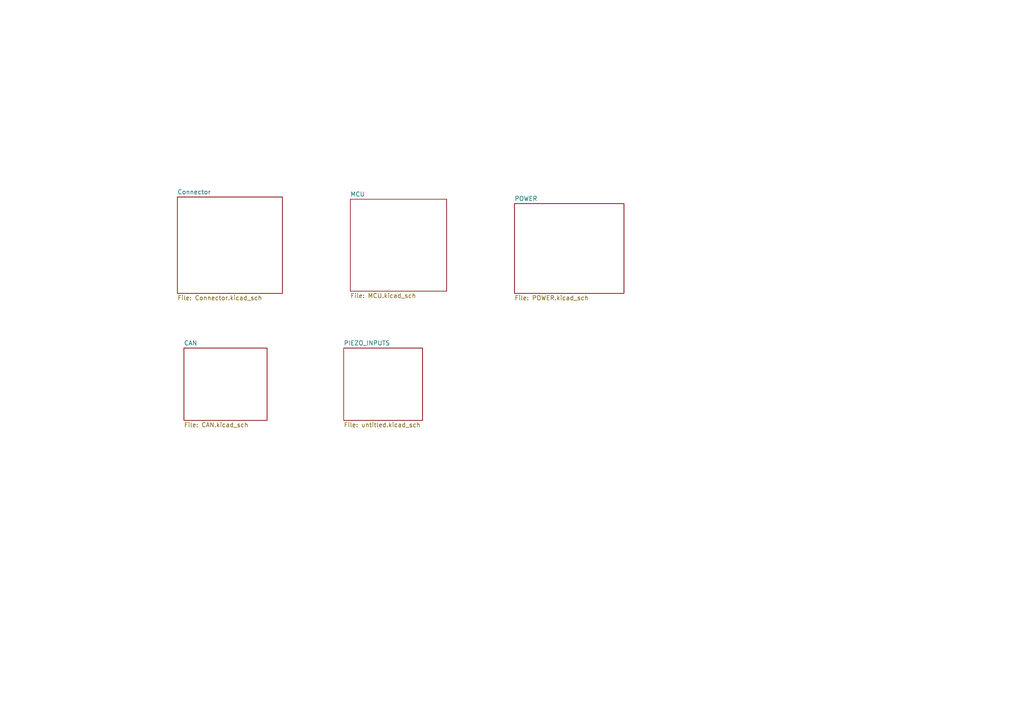
<source format=kicad_sch>
(kicad_sch
	(version 20231120)
	(generator "eeschema")
	(generator_version "8.0")
	(uuid "198a8b93-d4d2-4ece-a45e-b2e33298c67e")
	(paper "A4")
	(lib_symbols)
	(sheet
		(at 51.435 57.15)
		(size 30.48 27.94)
		(fields_autoplaced yes)
		(stroke
			(width 0.1524)
			(type solid)
		)
		(fill
			(color 0 0 0 0.0000)
		)
		(uuid "0c41c39c-5fa9-4f81-82a2-944d35a16623")
		(property "Sheetname" "Connector"
			(at 51.435 56.4384 0)
			(effects
				(font
					(size 1.27 1.27)
				)
				(justify left bottom)
			)
		)
		(property "Sheetfile" "Connector.kicad_sch"
			(at 51.435 85.6746 0)
			(effects
				(font
					(size 1.27 1.27)
				)
				(justify left top)
			)
		)
		(instances
			(project "TWINGO"
				(path "/198a8b93-d4d2-4ece-a45e-b2e33298c67e"
					(page "2")
				)
			)
		)
	)
	(sheet
		(at 101.6 57.785)
		(size 27.94 26.67)
		(fields_autoplaced yes)
		(stroke
			(width 0.1524)
			(type solid)
		)
		(fill
			(color 0 0 0 0.0000)
		)
		(uuid "37571e0b-f761-4a65-9c05-1eb79206c7fb")
		(property "Sheetname" "MCU"
			(at 101.6 57.0734 0)
			(effects
				(font
					(size 1.27 1.27)
				)
				(justify left bottom)
			)
		)
		(property "Sheetfile" "MCU.kicad_sch"
			(at 101.6 85.0396 0)
			(effects
				(font
					(size 1.27 1.27)
				)
				(justify left top)
			)
		)
		(instances
			(project "TWINGO"
				(path "/198a8b93-d4d2-4ece-a45e-b2e33298c67e"
					(page "3")
				)
			)
		)
	)
	(sheet
		(at 53.34 100.965)
		(size 24.13 20.955)
		(fields_autoplaced yes)
		(stroke
			(width 0.1524)
			(type solid)
		)
		(fill
			(color 0 0 0 0.0000)
		)
		(uuid "72e3cd6b-4308-480c-bda0-28d3416f0597")
		(property "Sheetname" "CAN"
			(at 53.34 100.2534 0)
			(effects
				(font
					(size 1.27 1.27)
				)
				(justify left bottom)
			)
		)
		(property "Sheetfile" "CAN.kicad_sch"
			(at 53.34 122.5046 0)
			(effects
				(font
					(size 1.27 1.27)
				)
				(justify left top)
			)
		)
		(instances
			(project "TWINGO"
				(path "/198a8b93-d4d2-4ece-a45e-b2e33298c67e"
					(page "5")
				)
			)
		)
	)
	(sheet
		(at 149.225 59.055)
		(size 31.75 26.035)
		(fields_autoplaced yes)
		(stroke
			(width 0.1524)
			(type solid)
		)
		(fill
			(color 0 0 0 0.0000)
		)
		(uuid "77654dcf-3e10-4064-ad4b-ca400858d965")
		(property "Sheetname" "POWER"
			(at 149.225 58.3434 0)
			(effects
				(font
					(size 1.27 1.27)
				)
				(justify left bottom)
			)
		)
		(property "Sheetfile" "POWER.kicad_sch"
			(at 149.225 85.6746 0)
			(effects
				(font
					(size 1.27 1.27)
				)
				(justify left top)
			)
		)
		(instances
			(project "TWINGO"
				(path "/198a8b93-d4d2-4ece-a45e-b2e33298c67e"
					(page "4")
				)
			)
		)
	)
	(sheet
		(at 99.695 100.965)
		(size 22.86 20.955)
		(fields_autoplaced yes)
		(stroke
			(width 0.1524)
			(type solid)
		)
		(fill
			(color 0 0 0 0.0000)
		)
		(uuid "f935783f-8ac8-4d3c-b2cd-f5e165d9de10")
		(property "Sheetname" "PIEZO_INPUTS"
			(at 99.695 100.2534 0)
			(effects
				(font
					(size 1.27 1.27)
				)
				(justify left bottom)
			)
		)
		(property "Sheetfile" "untitled.kicad_sch"
			(at 99.695 122.5046 0)
			(effects
				(font
					(size 1.27 1.27)
				)
				(justify left top)
			)
		)
		(instances
			(project "TWINGO"
				(path "/198a8b93-d4d2-4ece-a45e-b2e33298c67e"
					(page "6")
				)
			)
		)
	)
	(sheet_instances
		(path "/"
			(page "1")
		)
	)
)

</source>
